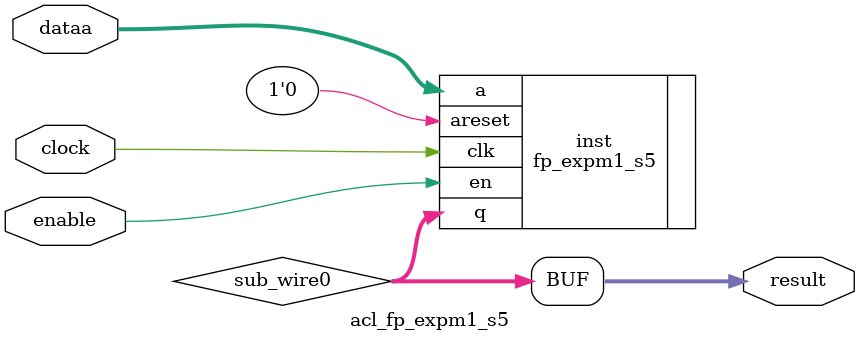
<source format=v>
`timescale 1 ps / 1 ps
module acl_fp_expm1_s5 (
	enable,
	clock,
	dataa,
	result);

	input	  enable;
	input	  clock;
	input	[31:0]  dataa;
	output	[31:0]  result;

	wire [31:0] sub_wire0;
	wire [31:0] result = sub_wire0[31:0];

  fp_expm1_s5 inst(
        .a(dataa),
        .en(enable),
        .q(sub_wire0),
        .clk(clock),
        .areset(1'b0)
        );

endmodule

</source>
